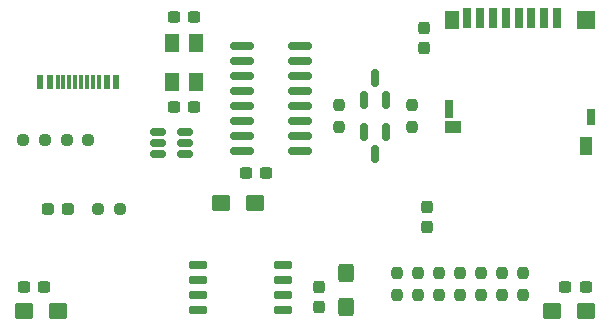
<source format=gbp>
%TF.GenerationSoftware,KiCad,Pcbnew,(6.0.7)*%
%TF.CreationDate,2023-03-31T21:15:27+02:00*%
%TF.ProjectId,airboy_cartridge,61697262-6f79-45f6-9361-727472696467,rev?*%
%TF.SameCoordinates,Original*%
%TF.FileFunction,Paste,Bot*%
%TF.FilePolarity,Positive*%
%FSLAX46Y46*%
G04 Gerber Fmt 4.6, Leading zero omitted, Abs format (unit mm)*
G04 Created by KiCad (PCBNEW (6.0.7)) date 2023-03-31 21:15:27*
%MOMM*%
%LPD*%
G01*
G04 APERTURE LIST*
G04 Aperture macros list*
%AMRoundRect*
0 Rectangle with rounded corners*
0 $1 Rounding radius*
0 $2 $3 $4 $5 $6 $7 $8 $9 X,Y pos of 4 corners*
0 Add a 4 corners polygon primitive as box body*
4,1,4,$2,$3,$4,$5,$6,$7,$8,$9,$2,$3,0*
0 Add four circle primitives for the rounded corners*
1,1,$1+$1,$2,$3*
1,1,$1+$1,$4,$5*
1,1,$1+$1,$6,$7*
1,1,$1+$1,$8,$9*
0 Add four rect primitives between the rounded corners*
20,1,$1+$1,$2,$3,$4,$5,0*
20,1,$1+$1,$4,$5,$6,$7,0*
20,1,$1+$1,$6,$7,$8,$9,0*
20,1,$1+$1,$8,$9,$2,$3,0*%
G04 Aperture macros list end*
%ADD10RoundRect,0.250000X0.425000X-0.537500X0.425000X0.537500X-0.425000X0.537500X-0.425000X-0.537500X0*%
%ADD11R,0.600000X1.160000*%
%ADD12R,0.300000X1.160000*%
%ADD13RoundRect,0.150000X-0.150000X0.587500X-0.150000X-0.587500X0.150000X-0.587500X0.150000X0.587500X0*%
%ADD14RoundRect,0.237500X0.300000X0.237500X-0.300000X0.237500X-0.300000X-0.237500X0.300000X-0.237500X0*%
%ADD15R,1.300000X1.600000*%
%ADD16RoundRect,0.237500X0.237500X-0.250000X0.237500X0.250000X-0.237500X0.250000X-0.237500X-0.250000X0*%
%ADD17RoundRect,0.237500X-0.250000X-0.237500X0.250000X-0.237500X0.250000X0.237500X-0.250000X0.237500X0*%
%ADD18RoundRect,0.237500X-0.300000X-0.237500X0.300000X-0.237500X0.300000X0.237500X-0.300000X0.237500X0*%
%ADD19RoundRect,0.150000X-0.650000X-0.150000X0.650000X-0.150000X0.650000X0.150000X-0.650000X0.150000X0*%
%ADD20RoundRect,0.250000X0.537500X0.425000X-0.537500X0.425000X-0.537500X-0.425000X0.537500X-0.425000X0*%
%ADD21R,0.700000X1.750000*%
%ADD22R,1.450000X1.000000*%
%ADD23R,1.000000X1.550000*%
%ADD24R,0.800000X1.500000*%
%ADD25R,1.300000X1.500000*%
%ADD26R,1.500000X1.500000*%
%ADD27R,0.800000X1.400000*%
%ADD28RoundRect,0.150000X-0.512500X-0.150000X0.512500X-0.150000X0.512500X0.150000X-0.512500X0.150000X0*%
%ADD29RoundRect,0.237500X0.237500X-0.300000X0.237500X0.300000X-0.237500X0.300000X-0.237500X-0.300000X0*%
%ADD30RoundRect,0.237500X0.250000X0.237500X-0.250000X0.237500X-0.250000X-0.237500X0.250000X-0.237500X0*%
%ADD31RoundRect,0.150000X-0.825000X-0.150000X0.825000X-0.150000X0.825000X0.150000X-0.825000X0.150000X0*%
%ADD32RoundRect,0.250000X-0.537500X-0.425000X0.537500X-0.425000X0.537500X0.425000X-0.537500X0.425000X0*%
%ADD33RoundRect,0.237500X-0.237500X0.250000X-0.237500X-0.250000X0.237500X-0.250000X0.237500X0.250000X0*%
%ADD34RoundRect,0.150000X0.150000X-0.587500X0.150000X0.587500X-0.150000X0.587500X-0.150000X-0.587500X0*%
%ADD35RoundRect,0.237500X0.287500X0.237500X-0.287500X0.237500X-0.287500X-0.237500X0.287500X-0.237500X0*%
G04 APERTURE END LIST*
D10*
%TO.C,C8*%
X153162000Y-111927500D03*
X153162000Y-109052500D03*
%TD*%
D11*
%TO.C,J1*%
X127300000Y-92835000D03*
X128100000Y-92835000D03*
D12*
X129250000Y-92835000D03*
X130250000Y-92835000D03*
X130750000Y-92835000D03*
X131750000Y-92835000D03*
D11*
X132900000Y-92835000D03*
X133700000Y-92835000D03*
X133700000Y-92835000D03*
X132900000Y-92835000D03*
D12*
X132250000Y-92835000D03*
X131250000Y-92835000D03*
X129750000Y-92835000D03*
X128750000Y-92835000D03*
D11*
X128100000Y-92835000D03*
X127300000Y-92835000D03*
%TD*%
D13*
%TO.C,Q1*%
X154686000Y-97106500D03*
X156586000Y-97106500D03*
X155636000Y-98981500D03*
%TD*%
D14*
%TO.C,C2*%
X140308500Y-87376000D03*
X138583500Y-87376000D03*
%TD*%
D15*
%TO.C,Y1*%
X140446000Y-89536000D03*
X140446000Y-92836000D03*
X138446000Y-92836000D03*
X138446000Y-89536000D03*
%TD*%
D16*
%TO.C,R11*%
X168148000Y-110894500D03*
X168148000Y-109069500D03*
%TD*%
D17*
%TO.C,R9*%
X129516500Y-97790000D03*
X131341500Y-97790000D03*
%TD*%
D16*
%TO.C,R7*%
X157480000Y-110894500D03*
X157480000Y-109069500D03*
%TD*%
D18*
%TO.C,C1*%
X138583500Y-94996000D03*
X140308500Y-94996000D03*
%TD*%
D19*
%TO.C,U2*%
X140672000Y-112141000D03*
X140672000Y-110871000D03*
X140672000Y-109601000D03*
X140672000Y-108331000D03*
X147872000Y-108331000D03*
X147872000Y-109601000D03*
X147872000Y-110871000D03*
X147872000Y-112141000D03*
%TD*%
D20*
%TO.C,C3*%
X145455500Y-103124000D03*
X142580500Y-103124000D03*
%TD*%
D16*
%TO.C,R3*%
X166370000Y-110894500D03*
X166370000Y-109069500D03*
%TD*%
D21*
%TO.C,J2*%
X171075000Y-87450000D03*
X169975000Y-87450000D03*
X168875000Y-87450000D03*
X167775000Y-87450000D03*
X166675000Y-87450000D03*
X165575000Y-87450000D03*
X164475000Y-87450000D03*
X163375000Y-87450000D03*
D22*
X162250000Y-96675000D03*
D23*
X173475000Y-98250000D03*
D24*
X161925000Y-95175000D03*
D25*
X162175000Y-87575000D03*
D26*
X173525000Y-87575000D03*
D27*
X173875000Y-95825000D03*
%TD*%
D16*
%TO.C,R6*%
X161036000Y-110894500D03*
X161036000Y-109069500D03*
%TD*%
D18*
%TO.C,C9*%
X171730500Y-110236000D03*
X173455500Y-110236000D03*
%TD*%
D28*
%TO.C,U4*%
X137292500Y-98994000D03*
X137292500Y-98044000D03*
X137292500Y-97094000D03*
X139567500Y-97094000D03*
X139567500Y-98044000D03*
X139567500Y-98994000D03*
%TD*%
D14*
%TO.C,C10*%
X127608500Y-110236000D03*
X125883500Y-110236000D03*
%TD*%
D29*
%TO.C,C6*%
X160020000Y-105129500D03*
X160020000Y-103404500D03*
%TD*%
D30*
%TO.C,R10*%
X127658500Y-97790000D03*
X125833500Y-97790000D03*
%TD*%
D31*
%TO.C,U1*%
X144337000Y-98679000D03*
X144337000Y-97409000D03*
X144337000Y-96139000D03*
X144337000Y-94869000D03*
X144337000Y-93599000D03*
X144337000Y-92329000D03*
X144337000Y-91059000D03*
X144337000Y-89789000D03*
X149287000Y-89789000D03*
X149287000Y-91059000D03*
X149287000Y-92329000D03*
X149287000Y-93599000D03*
X149287000Y-94869000D03*
X149287000Y-96139000D03*
X149287000Y-97409000D03*
X149287000Y-98679000D03*
%TD*%
D14*
%TO.C,C4*%
X146404500Y-100584000D03*
X144679500Y-100584000D03*
%TD*%
D20*
%TO.C,C12*%
X173471700Y-112268000D03*
X170596700Y-112268000D03*
%TD*%
D32*
%TO.C,C11*%
X125892700Y-112268000D03*
X128767700Y-112268000D03*
%TD*%
D16*
%TO.C,R8*%
X159258000Y-110894500D03*
X159258000Y-109069500D03*
%TD*%
D33*
%TO.C,R2*%
X158750000Y-94845500D03*
X158750000Y-96670500D03*
%TD*%
D34*
%TO.C,Q2*%
X156586000Y-94409500D03*
X154686000Y-94409500D03*
X155636000Y-92534500D03*
%TD*%
D30*
%TO.C,R12*%
X134008500Y-103632000D03*
X132183500Y-103632000D03*
%TD*%
D29*
%TO.C,C7*%
X150876000Y-111936700D03*
X150876000Y-110211700D03*
%TD*%
D33*
%TO.C,R1*%
X152588000Y-94845500D03*
X152588000Y-96670500D03*
%TD*%
D29*
%TO.C,C5*%
X159766000Y-90016500D03*
X159766000Y-88291500D03*
%TD*%
D16*
%TO.C,R4*%
X164592000Y-110894500D03*
X164592000Y-109069500D03*
%TD*%
D35*
%TO.C,D1*%
X129653000Y-103632000D03*
X127903000Y-103632000D03*
%TD*%
D16*
%TO.C,R5*%
X162814000Y-110894500D03*
X162814000Y-109069500D03*
%TD*%
M02*

</source>
